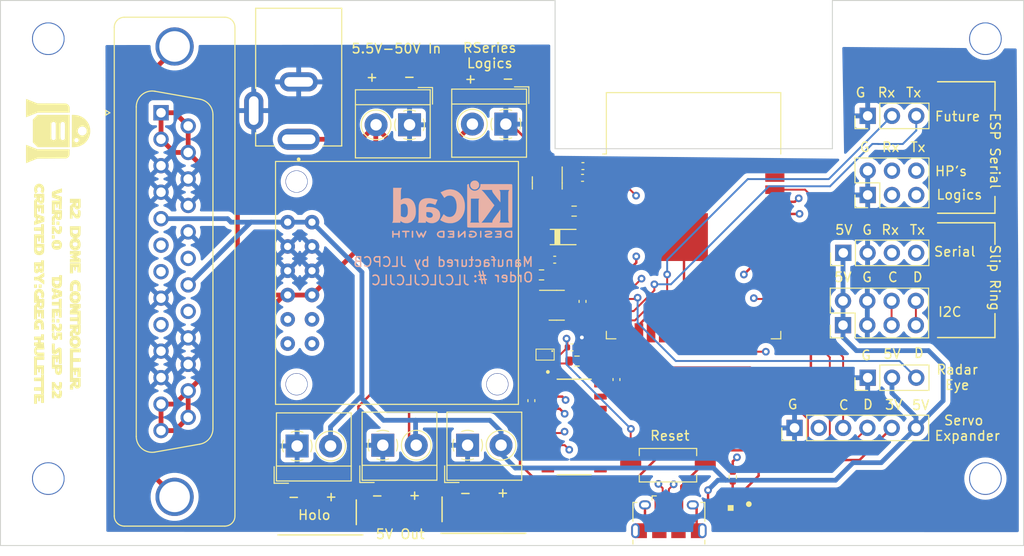
<source format=kicad_pcb>
(kicad_pcb (version 20211014) (generator pcbnew)
  (layers (0 "F.Cu" signal) (1 "In1.Cu" signal) (2 "In2.Cu" signal) (31 "B.Cu" signal) (34 "B.Paste" user) (35 "F.Paste" user) (36 "B.SilkS" user "B.Silkscreen") (37 "F.SilkS" user "F.Silkscreen") (38 "B.Mask" user) (39 "F.Mask" user) (44 "Edge.Cuts" user))
  (net 0 "")
  (net 1 "RX_FU")
  (net 2 "GND")
  (net 3 "+3.3V")
  (net 4 "VIN")
  (net 5 "VBUS")
  (net 8 "D-")
  (net 9 "D+")
  (net 11 "unconnected-(J1-Pad6)")
  (net 13 "SCL")
  (net 14 "SDA")
  (net 15 "+5V")
  (net 16 "RX_RS")
  (net 17 "RX_HP")
  (net 18 "TX_RS")
  (net 19 "TX_HP")
  (net 20 "CL_D")
  (net 21 "Net-(R3-Pad1)")
  (net 22 "ST_LED_D")
  (net 29 "TX_FU")
  (net 38 "GPIO0")
  (net 43 "TXD0")
  (net 44 "RXD0")
  (net 53 "DTR")
  (net 54 "RTS")
  (net 56 "RESET")
  (net 61 "+12V")
  (net 62 "Net-(L1-Pad3)")
  (net 63 "SR_I2C_CLK")
  (net 64 "SR_I2C_DATA")
  (net 65 "SR_SER_TX")
  (net 66 "SR_SER_RX")
  (net 68 "unconnected-(J13-Pad0)")
  (footprint "TerminalBlock_4Ucon:TerminalBlock_4Ucon_1x02_P3.50mm_Horizontal" (layer "F.Cu") (at 87.78 66 180)
    (fp_text reference "J5" hide)
    (fp_text value "12IN" hide)
  )
  (footprint "Capacitor_SMD:C_0402_1005Metric" (layer "F.Cu") (at 109.42 92.64 90)
    (fp_text reference "C4" hide)
    (fp_text value "10uF" hide)
  )
  (footprint "TerminalBlock_4Ucon:TerminalBlock_4Ucon_1x02_P3.50mm_Horizontal" (layer "F.Cu") (at 84.98 99.51)
    (fp_text reference "J8" hide)
    (fp_text value "HP Servo" hide)
  )
  (footprint "Resistor_SMD:R_0603_1608Metric" (layer "F.Cu") (at 104.99 75.03)
    (fp_text reference "R2" hide)
    (fp_text value "100K" hide)
  )
  (footprint "Resistor_SMD:R_0603_1608Metric" (layer "F.Cu") (at 101.58 81.7)
    (fp_text reference "R3" hide)
    (fp_text value "100K" hide)
  )
  (footprint "Connector_USB:USB_Micro-B_Amphenol_10118194_Horizontal" (layer "F.Cu") (at 114.9 107.15)
    (fp_text reference "J1" hide)
    (fp_text value "USB_B_Micro" hide)
  )
  (footprint "Logos:DomeControllerv2" (layer "F.Cu") (at 50.95 83.67 -90)
    (fp_text reference "G***" hide)
    (fp_text value "LOGO" hide)
  )
  (footprint "RF_Module:ESP32-WROOM-32" (layer "F.Cu") (at 117.48 78.5)
    (fp_text reference "U1" hide)
    (fp_text value "ESP32-WROOM-32D_16MB_")
  )
  (footprint "Capacitor_SMD:C_0402_1005Metric" (layer "F.Cu") (at 105.87 71.55 180)
    (fp_text reference "C3" hide)
    (fp_text value "100nF" hide)
  )
  (footprint "Capacitor_SMD:C_0402_1005Metric" (layer "F.Cu") (at 102.96 80.11 180)
    (fp_text reference "C5" hide)
    (fp_text value "1uF" hide)
  )
  (footprint "TerminalBlock_4Ucon:TerminalBlock_4Ucon_1x02_P3.50mm_Horizontal" (layer "F.Cu") (at 93.85 99.51)
    (fp_text reference "J9" hide)
    (fp_text value "5V Out" hide)
  )
  (footprint "Capacitor_SMD:C_0402_1005Metric" (layer "F.Cu") (at 105.91 70.32 180)
    (fp_text reference "C2" hide)
    (fp_text value "10uF" hide)
  )
  (footprint "Custom:TS-1101S-B-B-B-W-A" (layer "F.Cu") (at 114.805 101.6 180)
    (fp_text reference "SW1" hide)
    (fp_text value "SW_Push" hide)
  )
  (footprint "Capacitor_SMD:C_0402_1005Metric" (layer "F.Cu") (at 105.87 84.47 -90)
    (fp_text reference "C7" hide)
    (fp_text value "1uF" hide)
  )
  (footprint "Resistor_SMD:R_0402_1005Metric" (layer "F.Cu") (at 121.58 102.84 -90)
    (fp_text reference "R4" hide)
    (fp_text value "220" hide)
  )
  (footprint "Custom:SOD3716X135N" (layer "F.Cu") (at 103.8385 77.7385)
    (fp_text reference "CR1" hide)
    (fp_text value "B5819W-TP" hide)
  )
  (footprint "Symbol:r2" (layer "F.Cu") (at 51 66.68 -90)
    (fp_text reference "G***" hide)
    (fp_text value "LOGO" hide)
  )
  (footprint "MountingHole:MountingHole_3.2mm_M3" (layer "F.Cu") (at 50 57)
    (fp_text reference "REF**" hide)
    (fp_text value "MountingHole_3.2mm_M3" hide)
  )
  (footprint "Custom:WS2812B-2020" (layer "F.Cu") (at 121.36 106.67)
    (fp_text reference "L1" hide)
    (fp_text value "WS2812B-2020" hide)
  )
  (footprint "Connector_PinHeader_2.54mm:PinHeader_2x03_P2.54mm_Vertical" (layer "F.Cu") (at 135.69 73.34 90)
    (fp_text reference "J3" hide)
    (fp_text value "Conn_02x03_Odd_Even" hide)
  )
  (footprint "Package_TO_SOT_SMD:SOT-23" (layer "F.Cu") (at 102.18 72.08 -90)
    (fp_text reference "U2" hide)
    (fp_text value "CJ2301_S1" hide)
  )
  (footprint "MountingHole:MountingHole_3.2mm_M3" (layer "F.Cu") (at 50 103)
    (fp_text reference "REF**" hide)
    (fp_text value "MountingHole_3.2mm_M3" hide)
  )
  (footprint "Connector_PinHeader_2.54mm:PinHeader_1x06_P2.54mm_Vertical" (layer "F.Cu") (at 128.04 97.7 90)
    (fp_text reference "J2" hide)
    (fp_text value "Servo Header" hide)
  )
  (footprint "Capacitor_SMD:C_0402_1005Metric" (layer "F.Cu") (at 100.52 94.85 90)
    (fp_text reference "C6" hide)
    (fp_text value "100nF" hide)
  )
  (footprint "MountingHole:MountingHole_3.2mm_M3" (layer "F.Cu") (at 148 103)
    (fp_text reference "REF**" hide)
    (fp_text value "MountingHole_3.2mm_M3" hide)
  )
  (footprint "Connector_PinHeader_2.54mm:PinHeader_1x03_P2.54mm_Vertical" (layer "F.Cu") (at 135.69 92.45 90)
    (fp_text reference "J4" hide)
    (fp_text value "Conn_01x03" hide)
  )
  (footprint "MountingHole:MountingHole_3.2mm_M3" (layer "F.Cu") (at 148 57)
    (fp_text reference "REF**" hide)
    (fp_text value "MountingHole_3.2mm_M3" hide)
  )
  (footprint "Connector_PinHeader_2.54mm:PinHeader_1x03_P2.54mm_Vertical" (layer "F.Cu") (at 135.69 65.07 90)
    (fp_text reference "J10" hide)
    (fp_text value "Conn_01x03" hide)
  )
  (footprint "Connector_PinHeader_2.54mm:PinHeader_1x04_P2.54mm_Vertical" (layer "F.Cu") (at 133.14 79.395 90)
    (fp_text reference "J12" hide)
    (fp_text value "Conn_01x04" hide)
  )
  (footprint "TerminalBlock_4Ucon:TerminalBlock_4Ucon_1x02_P3.50mm_Horizontal" (layer "F.Cu") (at 76.02 99.59)
    (fp_text reference "J7" hide)
    (fp_text value "HP" hide)
  )
  (footprint "Pololu:D36V50F5-STEPDOWN" (layer "F.Cu") (at 86.465 82.535 -90)
    (fp_text reference "U6" hide)
    (fp_text value "D36V50F5-STEPDOWN" hide)
  )
  (footprint "Connector_PinHeader_2.54mm:PinHeader_2x04_P2.54mm_Vertical" (layer "F.Cu") (at 133.11 86.955 90)
    (fp_text reference "J11" hide)
    (fp_text value "Conn_02x04_Odd_Even" hide)
  )
  (footprint "Capacitor_SMD:C_0402_1005Metric" (layer "F.Cu") (at 104.77 89.28)
    (fp_text reference "C1" hide)
    (fp_text value "100nF" hide)
  )
  (footprint "Connector_Dsub:DSUB-25_Female_Vertical_P2.77x2.84mm_MountingHoles" (layer "F.Cu") (at 61.79 64.74 90)
    (fp_text reference "J13" hide)
    (fp_text value "DB25_Female_MountingHoles" hide)
  )
  (footprint "Custom:UMT6" (layer "F.Cu") (at 101.9542 90.035 -90)
    (fp_text reference "U5" hide)
    (fp_text value "UMH3N" hide)
  )
  (footprint "Custom:SOIC127P600X180-16N" (layer "F.Cu") (at 104.995 97.6)
    (fp_text reference "U4" hide)
    (fp_text value "CH340C" hide)
  )
  (footprint "TerminalBlock_4Ucon:TerminalBlock_4Ucon_1x02_P3.50mm_Horizontal" (layer "F.Cu") (at 97.85 65.93 180)
    (fp_text reference "J6" hide)
    (fp_text value "RSeries Logics" hide)
  )
  (footprint "Custom:XKB_DC-005-5A-2.0" (layer "F.Cu") (at 76.185 61.515 -90)
    (fp_text reference "J14" hide)
    (fp_text value "DC-005-5A-2.0" hide)
  )
  (footprint "Package_TO_SOT_SMD:SOT-23-5" (layer "F.Cu") (at 103.17 84.87)
    (fp_text reference "U3" hide)
    (fp_text value "ME6211C33M5G" hide)
  )
  (footprint "Resistor_SMD:R_0603_1608Metric" (layer "F.Cu") (at 105.29 90.71 180)
    (fp_text reference "R1" hide)
    (fp_text value "10K" hide)
  )
  (footprint "Symbol:KiCad-Logo2_5mm_SilkScreen" (layer "B.Cu") (at 92.25 74.81 180)
    (fp_text reference "REF**" hide)
    (fp_text value "KiCad-Logo2_5mm_SilkScreen" hide)
  )
  (gr_line (start 91.18 104.92) (end 91.18 107.5) (layer "F.SilkS") (width 0.15))
  (gr_line (start 149 61.5) (end 143 61.5) (layer "F.SilkS") (width 0.15))
  (gr_line (start 149 78.5) (end 149 76.25) (layer "F.SilkS") (width 0.15))
  (gr_line (start 149 88.25) (end 143 88.25) (layer "F.SilkS") (width 0.15))
  (gr_line (start 149 64.5) (end 149.01 61.5) (layer "F.SilkS") (width 0.15))
  (gr_line (start 149 75.25) (end 143 75.25) (layer "F.SilkS") (width 0.15))
  (gr_line (start 82.89 108.89) (end 74.02 108.89) (layer "F.SilkS") (width 0.15))
  (gr_line (start 82.21 105.23) (end 82.21 107.81) (layer "F.SilkS") (width 0.15))
  (gr_line (start 149 76.25) (end 143 76.25) (layer "F.SilkS") (width 0.15))
  (gr_line (start 149 73.5) (end 149 75.25) (layer "F.SilkS") (width 0.15))
  (gr_line (start 99.935 108.73) (end 91.065 108.73) (layer "F.SilkS") (width 0.15))
  (gr_line (start 149 88.25) (end 149 85.75) (layer "F.SilkS") (width 0.15))
  (gr_line (start 103 53) (end 103 68.5) (layer "Edge.Cuts") (width 0.1))
  (gr_line (start 132 53) (end 152 53) (layer "Edge.Cuts") (width 0.1))
  (gr_line (start 152 53) (end 152 110) (layer "Edge.Cuts") (width 0.1))
  (gr_line (start 152 110) (end 45 110) (layer "Edge.Cuts") (width 0.1))
  (gr_line locked (start 45 53) (end 103 53) (layer "Edge.Cuts") (width 0.1))
  (gr_line (start 45 110) (end 45 53) (layer "Edge.Cuts") (width 0.1))
  (gr_line (start 103 68.5) (end 132 68.5) (layer "Edge.Cuts") (width 0.1))
  (gr_line (start 132 68.5) (end 132 53) (layer "Edge.Cuts") (width 0.1))
  (gr_text "Manufactured by JLCPCB\nOrder #:" (at 100.81 81.15) (layer "B.SilkS") (effects (font (size 1 1)) (justify left mirror)))
  (gr_text "JLCJLCJLCJLC" (at 88.91 82.26) (layer "B.SilkS") (effects (font (size 1 1)) (justify mirror)))
  (gr_text "Radar\nEye" (at 145.05 92.41) (layer "F.SilkS") (effects (font (size 1 1))))
  (gr_text "5V Out" (at 86.8 108.81) (layer "F.SilkS") (effects (font (size 1 1))))
  (gr_text "Holo" (at 77.82 106.81) (layer "F.SilkS") (effects (font (size 1 1))))
  (gr_text "Servo \nExpander" (at 146.11 97.72) (layer "F.SilkS") (effects (font (size 1 1))))
  (gr_text "5V" (at 133.1 81.94) (layer "F.SilkS") (effects (font (size 1 1))))
  (gr_text "C" (at 138.32 81.94) (layer "F.SilkS") (effects (font (size 1 1))))
  (gr_text "Tx" (at 140.495714 62.63) (layer "F.SilkS") (effects (font (size 1 1))))
  (gr_text "+" (at 79.58 105.01 180) (layer "F.SilkS") (effects (font (size 1 1))))
  (gr_text "+" (at 83.85 60.99) (layer "F.SilkS") (effects (font (size 1 1))))
  (gr_text "-" (at 84.4 104.89 180) (layer "F.SilkS") (effects (font (size 1 1))))
  (gr_text "-" (at 87.76 60.96) (layer "F.SilkS") (effects (font (size 1 1))))
  (gr_text "+" (at 94.16 61.18) (layer "F.SilkS") (effects (font (size 1 1))))
  (gr_text "5V" (at 141.235238 95.32) (layer "F.SilkS") (effects (font (size 1 1))))
  (gr_text "G" (at 135.52 90.11) (layer "F.SilkS") (effects (font (size 1 1))))
  (gr_text "I2C" (at 144.28 85.57) (layer "F.SilkS") (effects (font (size 1 1))))
  (gr_text "D" (at 135.72 95.26) (layer "F.SilkS") (effects (font (size 1 1))))
  (gr_text "G" (at 135.63 76.99) (layer "F.SilkS") (effects (font (size 1 1))))
  (gr_text "+" (at 88.31 104.86 180) (layer "F.SilkS") (effects (font (size 1 1))))
  (gr_text "Tx" (at 140.885714 76.99) (layer "F.SilkS") (effects (font (size 1 1))))
  (gr_text "D" (at 140.92 81.94) (layer "F.SilkS") (effects (font (size 1 1))))
  (gr_text "G" (at 127.84 95.24) (layer "F.SilkS") (effects (font (size 1 1))))
  (gr_text "Rx" (at 138.044762 76.99) (layer "F.SilkS") (effects (font (size 1 1))))
  (gr_text "Slip Ring" (at 149 82 270) (layer "F.SilkS") (effects (font (size 1 1))))
  (gr_text "HP's" (at 144.407142 70.86) (layer "F.SilkS") (effects (font (size 1 1))))
  (gr_text "Tx" (at 140.935714 68.34) (layer "F.SilkS") (effects (font (size 1 1))))
  (gr_text "5.5V-50V In" (at 86.4 58.03) (layer "F.SilkS") (effects (font (size 1 1))))
  (gr_text "RSeries\nLogics" (at 96.16 58.76) (layer "F.SilkS") (effects (font (size 1 1))))
  (gr_text "ESP Serial" (at 149 68.73 270) (layer "F.SilkS") (effects (font (size 1 1))))
  (gr_text "3V" (at 138.410952 95.28) (layer "F.SilkS") (effects (font (size 1 1))))
  (gr_text "Logics" (at 145.281428 73.31) (layer "F.SilkS") (effects (font (size 1 1))))
  (gr_text "D" (at 141.04 89.87) (layer "F.SilkS") (effects (font (size 1 1))))
  (gr_text "Rx" (at 138.094762 68.34) (layer "F.SilkS") (effects (font (size 1 1))))
  (gr_text "5V" (at 133.2 76.99) (layer "F.SilkS") (effects (font (size 1 1))))
  (gr_text "Rx" (at 137.654762 62.63) (layer "F.SilkS") (effects (font (size 1 1))))
  (gr_text "Future" (at 145.09 65.13) (layer "F.SilkS") (effects (font (size 1 1))))
  (gr_text "G" (at 135.62 81.94) (layer "F.SilkS") (effects (font (size 1 1))))
  (gr_text "G" (at 135.38 68.34) (layer "F.SilkS") (effects (font (size 1 1))))
  (gr_text "-" (at 75.67 105.04 180) (layer "F.SilkS") (effects (font (size 1 1))))
  (gr_text "Serial" (at 144.8 79.27) (layer "F.SilkS") (effects (font (size 1 1))))
  (gr_text "+" (at 97.53 104.6 180) (layer "F.SilkS") (effects (font (size 1 1))))
  (gr_text "Reset" (at 115 98.52) (layer "F.SilkS") (effects (font (size 1 1))))
  (gr_text "5V" (at 138.24 89.97) (layer "F.SilkS") (effects (font (size 1 1))))
  (gr_text "-" (at 98.07 61.15) (layer "F.SilkS") (effects (font (size 1 1))))
  (gr_text "G" (at 134.94 62.63) (layer "F.SilkS") (effects (font (size 1 1))))
  (gr_text "-" (at 93.62 104.63 180) (layer "F.SilkS") (effects (font (size 1 1))))
  (gr_text "C" (at 133.19 95.31) (layer "F.SilkS") (effects (font (size 1 1))))
  (segment (start 111.344511 86.455489) (end 113.52 84.28) (width 0.2) (layer "F.Cu") (net 1))
  (segment (start 110.305 86.755) (end 110.604511 86.455489) (width 0.2) (layer "F.Cu") (net 1))
  (segment (start 114.33 84.28) (end 114.72 83.89) (width 0.2) (layer "F.Cu") (net 1))
  (segment (start 113.52 84.28) (end 114.33 84.28) (width 0.2) (layer "F.Cu") (net 1))
  (segment (start 110.604511 86.455489) (end 111.344511 86.455489) (width 0.2) (layer "F.Cu") (net 1))
  (segment (start 108.98 86.755) (end 110.305 86.755) (width 0.2) (layer "F.Cu") (net 1))
  (segment (start 114.72 83.89) (end 114.72 81.65) (width 0.2) (layer "F.Cu") (net 1))
  (via (at 114.72 81.65) (size 0.8) (drill 0.4) (layers "F.Cu" "B.Cu") (net 1))
  (segment (start 138.23 65.07) (end 131.62 71.68) (width 0.2) (layer "B.Cu") (net 1))
  (segment (start 123.15 71.68) (end 114.72 80.11) (width 0.2) (layer "B.Cu") (net 1))
  (segment (start 131.62 71.68) (end 123.15 71.68) (width 0.2) (layer "B.Cu") (net 1))
  (segment (start 114.72 80.11) (end 114.72 81.65) (width 0.2) (layer "B.Cu") (net 1))
  (segment (start 108.41848 69.68348) (end 108.98 70.245) (width 0.254) (layer "F.Cu") (net 2))
  (segment (start 125.77 97.7) (end 123.35 100.12) (width 0.254) (layer "F.Cu") (net 2))
  (segment (start 100.3 88.37) (end 100.3 94.15) (width 0.254) (layer "F.Cu") (net 2))
  (segment (start 104.821122 80.11) (end 106.26 78.671122) (width 0.25) (layer "F.Cu") (net 2))
  (segment (start 105.43 70.31) (end 106.05652 69.68348) (width 0.254) (layer "F.Cu") (net 2))
  (segment (start 116.48 74.995) (end 111.73 70.245) (width 0.25) (layer "F.Cu") (net 2))
  (segment (start 105.25 89.28) (end 105.25 88.79) (width 0.2) (layer "F.Cu") (net 2))
  (segment (start 105.815 75.03) (end 105.39 74.605) (width 0.25) (layer "F.Cu") (net 2))
  (segment (start 116.48 77.745) (end 116.48 74.995) (width 0.25) (layer "F.Cu") (net 2))
  (segment (start 102.0325 84.87) (end 102.416072 84.87) (width 0.25) (layer "F.Cu") (net 2))
  (segment (start 119.931511 100.043489) (end 123.273489 100.043489) (width 0.254) (layer "F.Cu") (net 2))
  (segment (start 103.44 80.11) (end 104.821122 80.11) (width 0.25) (layer "F.Cu") (net 2))
  (segment (start 100.52 94.37) (end 101.735 93.155) (width 0.254) (layer "F.Cu") (net 2))
  (segment (start 106.11681 89.28) (end 108.99681 92.16) (width 0.2) (layer "F.Cu") (net 2))
  (segment (start 121.23 70.245) (end 125.98 70.245) (width 0.25) (layer "F.Cu") (net 2))
  (segment (start 116.48 84.41) (end 114.89 86) (width 0.25) (layer "F.Cu") (net 2))
  (segment (start 116.48 74.995) (end 121.23 70.245) (width 0.25) (layer "F.Cu") (net 2))
  (segment (start 116.48 77.745) (end 116.48 84.41) (width 0.25) (layer "F.Cu") (net 2))
  (segment (start 105.25 89.28) (end 106.11681 89.28) (width 0.2) (layer "F.Cu") (net 2))
  (segment (start 105.87 85.744022) (end 107.880978 87.755) (width 0.25) (layer "F.Cu") (net 2))
  (segment (start 108.99681 92.16) (end 109.42 92.16) (width 0.2) (layer "F.Cu") (net 2))
  (segment (start 103.437025 87.01152) (end 101.65848 87.01152) (width 0.254) (layer "F.Cu") (net 2))
  (segment (start 103.32048 80.22952) (end 103.44 80.11) (width 0.25) (layer "F.Cu") (net 2))
  (segment (start 124.286 102.7) (end 122.375 104.611) (width 0.254) (layer "F.Cu") (net 2))
  (segment (start 111.73 70.245) (end 108.98 70.245) (width 0.25) (layer "F.Cu") (net 2))
  (segment (start 105.87 84.95) (end 105.87 85.744022) (width 0.25) (layer "F.Cu") (net 2))
  (segment (start 107.880978 87.755) (end 111.765 87.755) (width 0.25) (layer "F.Cu") (net 2))
  (segment (start 112.690978 86) (end 111.765 86.925978) (width 0.25) (layer "F.Cu") (net 2))
  (segment (start 106.05652 69.68348) (end 108.41848 69.68348) (width 0.254) (layer "F.Cu") (net 2))
  (segment (start 105.87 86.35) (end 105.34 86.88) (width 0.254) (layer "F.Cu") (net 2))
  (segment (start 101.65848 87.01152) (end 100.3 88.37) (width 0.254) (layer "F.Cu") (net 2))
  (segment (start 105.25 88.79) (end 105.8 88.24) (width 0.2) (layer "F.Cu") (net 2))
  (segment (start 97.82 65.36) (end 101.93 69.47) (width 0.254) (layer "F.Cu") (net 2))
  (segment (start 101.735 93.155) (end 102.245 93.155) (width 0.254) (layer "F.Cu") (net 2))
  (segment (start 103.568545 86.88) (end 103.437025 87.01152) (width 0.254) (layer "F.Cu") (net 2))
  (segment (start 111.765 86.925978) (end 111.765 87.755) (width 0.25) (layer "F.Cu") (net 2))
  (segment (start 103.32048 83.965592) (end 103.32048 80.22952) (width 0.25) (layer "F.Cu") (net 2))
  (segment (start 122.375 104.611) (end 122.375 106.02) (width 0.254) (layer "F.Cu") (net 2))
  (segment (start 128.04 97.7) (end 125.77 97.7) (width 0.254) (layer "F.Cu") (net 2))
  (segment (start 105.43 70.32) (end 105.43 70.31) (width 0.254) (layer "F.Cu") (net 2))
  (segment (start 105.39 74.605) (end 105.39 71.55) (width 0.25) (layer "F.Cu") (net 2))
  (segment (start 123.273489 100.043489) (end 123.35 100.12) (width 0.254) (layer "F.Cu") (net 2))
  (segment (start 124.286 101.056) (end 124.286 102.7) (width 0.254) (layer "F.Cu") (net 2))
  (segment (start 105.43 70.32) (end 105.43 71.51) (width 0.254) (layer "F.Cu") (net 2))
  (segment (start 114.89 86) (end 112.690978 86) (width 0.25) (layer "F.Cu") (net 2))
  (segment (start 104.58 69.47) (end 105.43 70.32) (width 0.254) (layer "F.Cu") (net 2))
  (segment (start 116.2 103.775) (end 119.931511 100.043489) (width 0.254) (layer "F.Cu") (net 2))
  (segment (start 105.34 86.88) (end 103.568545 86.88) (width 0.254) (layer "F.Cu") (net 2))
  (segment (start 116.2 105.75) (end 116.2 103.775) (width 0.254) (layer "F.Cu") (net 2))
  (segment (start 106.26 78.671122) (end 106.26 75.475) (width 0.25) (layer "F.Cu") (net 2))
  (segment (start 100.3 94.15) (end 100.52 94.37) (width 0.254) (layer "F.Cu") (net 2))
  (segment (start 105.87 84.95) (end 105.87 86.35) (width 0.254) (layer "F.Cu") (net 2))
  (segment (start 101.93 69.47) (end 104.58 69.47) (width 0.254) (layer "F.Cu") (net 2))
  (segment (start 106.26 75.475) (end 105.815 75.03) (width 0.25) (layer "F.Cu") (net 2))
  (segment (start 123.35 100.12) (end 124.286 101.056) (width 0.254) (layer "F.Cu") (net 2))
  (segment (start 105.43 71.51) (end 105.39 71.55) (width 0.254) (layer "F.Cu") (net 2))
  (segment (start 102.416072 84.87) (end 103.32048 83.965592) (width 0.25) (layer "F.Cu") (net 2))
  (via (at 105.8 88.24) (size 0.8) (drill 0.4) (layers "F.Cu" "B.Cu") (net 2))
  (segment (start 106.92 72.745978) (end 106.92 81.3075) (width 0.25) (layer "F.Cu") (net 3))
  (segment (start 99.33 101.5) (end 100.85 103.02) (width 0.25) (layer "F.Cu") (net 3))
  (segment (start 106.92 81.3075) (end 104.3075 83.92) (width 0.25) (layer "F.Cu") (net 3))
  (segment (start 100.245 96.965) (end 99.33 97.88) (width 0.254) (layer "F.Cu") (net 3))
  (segment (start 108.150978 71.515) (end 106.92 72.745978) (width 0.25) (layer "F.Cu") (net 3))
  (segment (start 117.845361 93.12) (end 119.615361 94.89) (width 0.2) (layer "F.Cu") (net 3))
  (segment (start 108.98 71.515) (end 106.385 71.515) (width 0.25) (layer "F.Cu") (net 3))
  (segment (start 111.485361 103.02) (end 119.615361 94.89) (width 0.25) (layer "F.Cu") (net 3))
  (segment (start 108.98 71.515) (end 108.150978 71.515) (width 0.25) (layer "F.Cu") (net 3))
  (segment (start 109.385 93.155) (end 109.42 93.12) (width 0.2) (layer "F.Cu") (net 3))
  (segment (start 131.21 101.06) (end 134.84 101.06) (width 0.25) (layer "F.Cu") (net 3))
  (segment (start 100.37 95.34) (end 101.995 96.965) (width 0.254) (layer "F.Cu") (net 3))
  (segment (start 106.115 90.71) (end 106.115 91.525) (width 0.2) (layer "F.Cu") (net 3))
  (segment (start 129.405489 99.255489) (end 131.21 101.06) (width 0.25) (layer "F.Cu") (net 3))
  (segment (start 104.3075 83.92) (end 104.3075 84.35443) (width 0.25) (layer "F.Cu") (net 3))
  (segment (start 101.11 86.56) (end 99.33 88.34) (width 0.25) (layer "F.Cu") (net 3))
  (segment (start 104.3075 84.35443) (end 103.25 85.41193) (width 0.25) (layer "F.Cu") (net 3))
  (segment (start 107.585 71.515) (end 106.39 70.32) (width 0.25) (layer "F.Cu") (net 3))
  (segment (start 134.84 101.06) (end 138.2 97.7) (width 0.25) (layer "F.Cu") (net 3))
  (segment (start 102.245 96.965) (end 100.245 96.965) (width 0.254) (layer "F.Cu") (net 3))
  (segment (start 99.33 97.88) (end 99.33 101.5) (width 0.25) (layer "F.Cu") (net 3))
  (segment (start 103.25 86.56) (end 101.11 86.56) (width 0.25) (layer "F.Cu") (net 3))
  (segment (start 99.33 88.34) (end 99.33 97.88) (width 0.25) (layer "F.Cu") (net 3))
  (segment (start 106.115 91.525) (end 107.745 93.155) (width 0.2) (layer "F.Cu") (net 3))
  (segment (start 107.745 93.155) (end 109.385 93.155) (width 0.2) (layer "F.Cu") (net 3))
  (segment (start 129.405489 96.716467) (end 129.405489 99.255489) (width 0.25) (layer "F.Cu") (net 3))
  (segment (start 104.3075 83.92) (end 105.8 83.92) (width 0.25) (layer "F.Cu") (net 3))
  (segment (start 119.615361 94.89) (end 127.579022 94.89) (width 0.25) (layer "F.Cu") (net 3))
  (segment (start 109.42 93.12) (end 117.845361 93.12) (width 0.2) (layer "F.Cu") (net 3))
  (segment (start 127.579022 94.89) (end 129.405489 96.716467) (width 0.25) (layer "F.Cu") (net 3))
  (segment (start 108.98 71.515) (end 107.585 71.515) (width 0.25) (layer "F.Cu") (net 3))
  (segment (start 103.25 85.41193) (end 103.25 86.56) (width 0.25) (layer "F.Cu") (net 3))
  (segment (start 106.385 71.515) (end 106.35 71.55) (width 0.25) (layer "F.Cu") (net 3))
  (segment (start 105.8 83.92) (end 105.87 83.99) (width 0.25) (layer "F.Cu") (net 3))
  (segment (start 101.995 96.965) (end 102.245 96.965) (width 0.254) (layer "F.Cu") (net 3))
  (segment (start 100.85 103.02) (end 111.485361 103.02) (width 0.25) (layer "F.Cu") (net 3))
  (segment (start 101.23 71.1425) (end 101.721428 71.1425) (width 0.25) (layer "F.Cu") (net 4))
  (segment (start 102.405 80.185) (end 102.48 80.11) (width 0.25) (layer "F.Cu") (net 4))
  (segment (start 102.80452 72.225592) (end 102.80452 77.13418) (width 0.25) (layer "F.Cu") (net 4))
  (segment (start 101.721428 71.1425) (end 102.80452 72.225592) (width 0.25) (layer "F.Cu") (net 4))
  (segment (start 102.48 78.0183) (end 102.2002 77.7385) (width 0.25) (layer "F.Cu") (net 4))
  (segment (start 102.80452 77.13418) (end 102.2002 77.7385) (width 0.25) (layer "F.Cu") (net 4))
  (segment (start 102.0325 82.0725) (end 102.405 81.7) (width 0.25) (layer "F.Cu") (net 4))
  (segment (start 102.405 81.7) (end 102.405 80.185) (width 0.25) (layer "F.Cu") (net 4))
  (segment (start 102.48 80.11) (end 102.48 78.0183) (width 0.25) (layer "F.Cu") (net 4))
  (segment (start 102.0325 83.92) (end 102.0325 82.0725) (width 0.25) (layer "F.Cu") (net 4))
  (segment (start 91.39 71.04) (end 99.921099 71.04) (width 0.254) (layer "F.Cu") (net 5))
  (segment (start 104.165 72.1775) (end 104.165 75.03) (width 0.25) (layer "F.Cu") (net 5))
  (segment (start 112.105 103.78) (end 85 103.78) (width 0.254) (layer "F.Cu") (net 5))
  (segment (start 86.01 76.42) (end 91.39 71.04) (width 0.254) (layer "F.Cu") (net 5))
  (segment (start 113.6 105.275) (end 112.105 103.78) (width 0.254) (layer "F.Cu") (net 5))
  (segment (start 82.43 101.21) (end 82.43 95.46) (width 0.254) (layer "F.Cu") (net 5))
  (segment (start 86.01 91.88) (end 86.01 76.42) (width 0.254) (layer "F.Cu") (net 5))
  (segment (start 104.165 75.03) (end 105.4768 76.3418) (width 0.25) (layer "F.Cu") (net 5))
  (segment (start 99.921099 71.04) (end 100.882619 70.07848) (width 0.254) (layer "F.Cu") (net 5))
  (segment (start 82.43 95.46) (end 86.01 91.88) (width 0.254) (layer "F.Cu") (net 5))
  (segment (start 102.06798 70.08048) (end 103.13 71.1425) (width 0.25) (layer "F.Cu") (net 5))
  (segment (start 113.6 105.75) (end 113.6 105.275) (width 0.254) (layer "F.Cu") (net 5))
  (segment (start 103.13 71.1425) (end 104.165 72.1775) (width 0.25) (layer "F.Cu") (net 5))
  (segment (start 100.883448 70.08048) (end 102.06798 70.08048) (width 0.25) (layer "F.Cu") (net 5))
  (segment (start 105.4768 76.3418) (end 105.4768 77.7385) (width 0.25) (layer "F.Cu") (net 5))
  (segment (start 85 103.78) (end 82.43 101.21) (width 0.254) (layer "F.Cu") (net 5))
  (segment (start 114.25 104) (end 113.805 103.555) (width 0.2) (layer "F.Cu") (net 8))
  (segment (start 114.25 105.75) (end 114.25 104) (width 0.2) (layer "F.Cu") (net 8))
  (segment (start 104.005 99.505) (end 104.48 99.98) (width 0.2) (layer "F.Cu") (net 8))
  (segment (start 102.245 99.505) (end 104.005 99.505) (width 0.2) (layer "F.Cu") (net 8))
  (via (at 113.805 103.555) (size 0.8) (drill 0.4) (layers "F.Cu" "B.Cu") (net 8))
  (via (at 104.48 99.98) (size 0.8) (drill 0.4) (layers "F.Cu" "B.Cu") (net 8))
  (segment (start 114.9 104.1) (end 115.4 103.6) (width 0.2) (layer "F.Cu") (net 9))
  (segment (start 102.245 98.235) (end 103.845 98.235) (width 0.2) (layer "F.Cu") (net 9))
  (segment (start 114.9 105.75) (end 114.9 104.1) (width 0.2) (layer "F.Cu") (net 9))
  (segment (start 103.845 98.235) (end 103.99 98.09) (width 0.2) (layer "F.Cu") (net 9))
  (via (at 115.4 103.6) (size 0.8) (drill 0.4) (layers "F.Cu" "B.Cu") (net 9))
  (via (at 103.99 98.09) (size 0.8) (drill 0.4) (layers "F.Cu" "B.Cu") (net 9))
  (segment (start 113.9 108.45) (end 115.9 108.45) (width 0.254) (layer "F.Cu") (net 11))
  (segment (start 112.4 108.05) (end 112 108.45) (width 0.254) (layer "F.Cu") (net 11))
  (segment (start 117.8 108.45) (end 117.8 106.15) (width 0.254) (layer "F.Cu") (net 11))
  (segment (start 115.9 108.45) (end 117.8 108.45) (width 0.254) (layer "F.Cu") (net 11))
  (segment (start 117.8 106.15) (end 117.4 105.75) (width 0.254) (layer "F.Cu") (net 11))
  (segment (start 112.4 105.75) (end 112.4 108.05) (width 0.254) (layer "F.Cu") (net 11))
  (segment (start 112 108.45) (end 113.9 108.45) (width 0.254) (layer "F.Cu") (net 11))
  (segment (start 133.12 90.29) (end 133.12 97.7) (width 0.2) (layer "F.Cu") (net 13))
  (segment (start 129.135 72.785) (end 130.27 73.92) (width 0.2) (layer "F.Cu") (net 13))
  (segment (start 130.27 87.44) (end 133.12 90.29) (width 0.2) (layer "F.Cu") (net 13))
  (segment (start 125.98 72.785) (end 129.135 72.785) (width 0.2) (layer "F.Cu") (net 13))
  (segment (start 130.27 73.92) (end 130.27 87.44) (width 0.2) (layer "F.Cu") (net 13))
  (segment (start 129.01 87.6) (end 129.01 78.845978) (width 0.2) (layer "F.Cu") (net 14))
  (segment (start 126.759022 76.595) (end 125.98 76.595) (width 0.2) (layer "F.Cu") (net 14))
  (segment (start 132.82 99.67) (end 131.729511 98.579511) (width 0.2) (layer "F.Cu") (net 14))
  (segment (start 129.01 78.845978) (end 126.759022 76.595) (width 0.2) (layer "F.Cu") (net 14))
  (segment (start 133.69 99.67) (end 132.82 99.67) (width 0.2) (layer "F.Cu") (net 14))
  (segment (start 131.729511 90.319511) (end 129.01 87.6) (width 0.2) (layer "F.Cu") (net 14))
  (segment (start 135.66 97.7) (end 133.69 99.67) (width 0.2) (layer "F.Cu") (net 14))
  (segment (start 131.729511 98.579511) (end 131.729511 90.319511) (width 0.2) (layer "F.Cu") (net 14))
  (segment (start 87.73 77.03) (end 87.73 98.76) (width 0.254) (layer "F.Cu") (net 15))
  (segment (start 118.995 106.319022) (end 118.995 104.205) (width 0.25) (layer "F.Cu") (net 15))
  (segment (start 87.73 98.76) (end 88.29 99.32) (width 0.254) (layer "F.Cu") (net 15))
  (segment (start 120.345 107.32) (end 119.995978 107.32) (width 0.25) (layer "F.Cu") (net 15))
  (segment (start 91.7425 73.0175) (end 87.73 77.03) (width 0.254) (layer "F.Cu") (net 15))
  (segment (start 119.995978 107.32) (end 118.995 106.319022) (width 0.25) (layer "F.Cu") (net 15))
  (segment (start 102.18 73.0175) (end 91.7425 73.0175) (width 0.254) (layer "F.Cu") (net 15))
  (via (at 118.995 104.205) (size 0.8) (drill 0.4) (layers "F.Cu" "B.Cu") (net 15))
  (segment (start 75.035 76.185) (end 77.575 76.185) (width 0.5) (layer "B.Cu") (net 15))
  (segment (start 142.05 89.62) (end 134.51 89.62) (width 0.5) (layer "B.Cu") (net 15))
  (segment (start 77.575 76.185) (end 82.8 81.41) (width 0.5) (layer "B.Cu") (net 15))
  (segment (start 120.84 103.17) (end 120.03 103.17) (width 0.5) (layer "B.Cu") (net 15))
  (segment (start 82.8 81.41) (end 82.8 94.3) (width 0.5) (layer "B.Cu") (net 15))
  (segment (start 137.105 101.335) (end 143.58 94.86) (width 0.5) (layer "B.Cu") (net 15))
  (segment (start 120.03 103.17) (end 118.995 104.205) (width 0.5) (layer "B.Cu") (net 15))
  (segment (start 133.11 84.415) (end 133.11 79.425) (width 0.5) (layer "B.Cu") (net 15))
  (segment (start 140.74 96.57) (end 140.74 97.7) (width 0.5) (layer "B.Cu") (net 15))
  (segment (start 71.19 76.185) (end 64.63 82.745) (width 0.5) (layer "B.Cu") (net 15))
  (segment (start 138.23 94.06) (end 140.74 96.57) (width 0.5) (layer "B.Cu") (net 15))
  (segment (start 134.165 101.335) (end 137.105 101.335) (width 0.5) (layer "B.Cu") (net 15))
  (segment (start 68.75 75.82) (end 61.79 75.82) (width 0.5) (layer "B.Cu") (net 15))
  (segment (start 79.52 97.58) (end 82.8 94.3) (width 0.5) (layer "B.Cu") (net 15))
  (segment (start 133.11 79.425) (end 133.14 79.395) (width 0.5) (layer "B.Cu") (net 15))
  (segment (start 85.06 96.9) (end 88.41 96.9) (width 0.5) (layer "B.Cu") (net 15))
  (segment (start 97.35 98.08) (end 97.35 100.4) (width 0.5) (layer "B.Cu") (net 15))
  (segment (start 143.58 91.15) (end 142.05 89.62) (width 0.5) (layer "B.Cu") (net 15))
  (segment (start 88.41 99.44) (end 88.48 99.51) (width 0.5) (layer "B.Cu") (net 15))
  (segment (start 120.84 103.17) (end 132.33 103.17) (width 0.5) (layer "B.Cu") (net 15))
  (segment (start 138.23 92.45) (end 138.23 94.06) (width 0.5) (layer "B.Cu") (net 15))
  (segment (start 133.11 86.955) (end 133.11 84.415) (width 0.5) (layer "B.Cu") (net 15))
  (segment (start 82.8 94.3) (end 82.8 94.64) (width 0.5) (layer "B.Cu") (net 15))
  (segment (start 88.41 96.9) (end 88.41 99.44) (width 0.5) (layer "B.Cu") (net 15))
  (segment (start 79.52 99.59) (end 79.52 97.58) (width 0.5) (layer "B.Cu") (net 15))
  (segment (start 132.33 103.17) (end 134.165 101.335) (width 0.5) (layer "B.Cu") (net 15))
  (segment (start 98.84 101.89) (end 119.56 101.89) (width 0.5) (layer "B.Cu") (net 15))
  (segment (start 96.17 96.9) (end 97.35 98.08) (width 0.5) (layer "B.Cu") (net 15))
  (segment (start 75.035 76.185) (end 71.19 76.185) (width 0.5) (layer "B.Cu") (net 15))
  (segment (start 133.11 88.22) (end 133.11 86.955) (width 0.5) (layer "B.Cu") (net 15))
  (segment (start 143.58 94.86) (end 143.58 91.15) (width 0.5) (layer "B.Cu") (net 15))
  (segment (start 134.51 89.62) (end 133.11 88.22) (width 0.5) (layer "B.Cu") (net 15))
  (segment (start 69.115 76.185) (end 68.75 75.82) (width 0.5) (layer "B.Cu") (net 15))
  (segment (start 75.035 76.185) (end 69.115 76.185) (width 0.5) (layer "B.Cu") (net 15))
  (segment (start 88.41 96.9) (end 96.17 96.9) (width 0.5) (layer "B.Cu") (net 15))
  (segment (start 119.56 101.89) (end 120.84 103.17) (width 0.5) (layer "B.Cu") (net 15))
  (segment (start 97.35 100.4) (end 98.84 101.89) (width 0.5) (layer "B.Cu") (net 15))
  (segment (start 82.8 94.64) (end 85.06 96.9) (width 0.5) (layer "B.Cu") (net 15))
  (segment (start 108.98 81.675) (end 110.234 81.675) (width 0.254) (layer "F.Cu") (net 16))
  (segment (start 110.234 81.675) (end 111.49 80.419) (width 0.254) (layer "F.Cu") (net 16))
  (segment (start 111.49 80.419) (end 111.49 79.76) (width 0.254) (layer "F.Cu") (net 16))
  (via (at 111.49 79.76) (size 0.8) (drill 0.4) (layers "F.Cu" "B.Cu") (net 16))
  (segment (start 121.925 87.755) (end 121.925 88.534022) (width 0.2) (layer "F.Cu") (net 17))
  (segment (start 121.925 88.534022) (end 123.120978 89.73) (width 0.2) (layer "F.Cu") (net 17))
  (segment (start 123.120978 89.73) (end 125.04 89.73) (width 0.2) (layer "F.Cu") (net 17))
  (via (at 125.04 89.73) (size 0.8) (drill 0.4) (layers "F.Cu" "B.Cu") (net 17))
  (segment (start 108.98 82.945) (end 111.185 82.945) (width 0.2) (layer "F.Cu") (net 18))
  (segment (start 111.185 82.945) (end 112.04 82.09) (width 0.2) (layer "F.Cu") (net 18))
  (via (at 112.04 82.09) (size 0.8) (drill 0.4) (layers "F.Cu" "B.Cu") (net 18))
  (segment (start 123.865 84.215) (end 123.78 84.13) (width 0.2) (layer "F.Cu") (net 19))
  (segment (start 125.98 84.215) (end 123.865 84.215) (width 0.2) (layer "F.Cu") (net 19))
  (via (at 123.78 84.13) (size 0.8) (drill 0.4) (layers "F.Cu" "B.Cu") (net 19))
  (segment (start 108.98 84.215) (end 111.495 84.215) (width 0.2) (layer "F.Cu") (net 20))
  (segment (start 111.495 84.215) (end 111.63 84.08) (width 0.2) (layer "F.Cu") (net 20))
  (via (at 111.63 84.08) (size 0.8) (drill 0.4) (layers "F.Cu" "B.Cu") (net 20))
  (segment (start 111.63 86.71) (end 115.62 90.7) (width 0.2) (layer "B.Cu") (net 20))
  (segment (start 111.63 84.08) (end 111.63 86.71) (width 0.2) (layer "B.Cu") (net 20))
  (segment (start 139.02 90.7) (end 140.77 92.45) (width 0.2) (layer "B.Cu") (net 20))
  (segment (start 115.62 90.7) (end 139.02 90.7) (width 0.2) (layer "B.Cu") (net 20))
  (segment (start 100.755 84.926072) (end 100.755 81.7) (width 0.25) (layer "F.Cu") (net 21))
  (segment (start 102.0325 85.82) (end 101.648928 85.82) (width 0.25) (layer "F.Cu") (net 21))
  (segment (start 101.648928 85.82) (end 100.755 84.926072) (width 0.25) (layer "F.Cu") (net 21))
  (segment (start 123.995 80.405) (end 125.98 80.405) (width 0.254) (layer "F.Cu") (net 22))
  (segment (start 122.74 81.66) (end 123.995 80.405) (width 0.254) (layer "F.Cu") (net 22))
  (segment (start 121.58 101.21) (end 122.02 100.77) (width 0.25) (layer "F.Cu") (net 22))
  (segment (start 121.58 102.33) (end 121.58 101.21) (width 0.25) (layer "F.Cu") (net 22))
  (via (at 122.74 81.66) (size 0.8) (drill 0.4) (layers "F.Cu" "B.Cu") (net 22))
  (via (at 122.02 100.77) (size 0.8) (drill 0.4) (layers "F.Cu" "B.Cu") (net 22))
  (segment (start 111.214259 85.485) (end 113.38 83.319259) (width 0.2) (layer "F.Cu") (net 29))
  (segment (start 108.98 85.485) (end 111.214259 85.485) (width 0.2) (layer "F.Cu") (net 29))
  (segment (start 113.38 83.319259) (end 113.38 82.68) (width 0.2) (layer "F.Cu") (net 29))
  (via (at 113.38 82.68) (size 0.8) (drill 0.4) (layers "F.Cu" "B.Cu") (net 29))
  (segment (start 113.38 82.68) (end 115.11 82.68) (width 0.2) (layer "B.Cu") (net 29))
  (segment (start 125.36 72.43) (end 131.75 72.43) (width 0.2) (layer "B.Cu") (net 29))
  (segment (start 136.79 68.01) (end 139.36 68.01) (width 0.2) (layer "B.Cu") (net 29))
  (segment (start 136.78 68) (end 136.79 68.01) (width 0.2) (layer "B.Cu") (net 29))
  (segment (start 131.75 72.43) (end 136.18 68) (width 0.2) (layer "B.Cu") (net 29))
  (segment (start 140.77 66.6) (end 140.77 65.07) (width 0.2) (layer "B.Cu") (net 29))
  (segment (start 136.18 68) (end 136.78 68) (width 0.2) (layer "B.Cu") (net 29))
  (segment (start 115.11 82.68) (end 125.36 72.43) (width 0.2) (layer "B.Cu") (net 29))
  (segment (start 139.36 68.01) (end 140.77 66.6) (width 0.2) (layer "B.Cu") (net 29))
  (segment (start 103.624879 87.46504) (end 103.756399 87.33352) (width 0.254) (layer "F.Cu") (net 38))
  (segment (start 103.756399 87.33352) (end 106.12352 87.33352) (width 0.254) (layer "F.Cu") (net 38))
  (segment (start 101.3042 89.11) (end 101.3042 88.706978) (width 0.254) (layer "F.Cu") (net 38))
  (segment (start 128.49 92.61) (end 129.75 91.35) (width 0.254) (layer "F.Cu") (net 38))
  (segment (start 106.12352 87.33352) (end 110.179273 91.389273) (width 0.254) (layer "F.Cu") (net 38))
  (segment (start 129.75 89.451454) (end 127.053546 86.755) (width 0.254) (layer "F.Cu") (net 38))
  (segment (start 123.389273 91.389273) (end 124.61 92.61) (width 0.254) (layer "F.Cu") (net 38))
  (segment (start 124.61 92.61) (end 128.49 92.61) (width 0.254) (layer "F.Cu") (net 38))
  (segment (start 101.3042 88.706978) (end 102.546138 87.46504) (width 0.254) (layer "F.Cu") (net 38))
  (segment (start 127.053546 86.755) (end 125.98 86.755) (width 0.254) (layer "F.Cu") (net 38))
  (segment (start 102.546138 87.46504) (end 103.624879 87.46504) (width 0.254) (layer "F.Cu") (net 38))
  (segment (start 110.179273 91.389273) (end 123.389273 91.389273) (width 0.254) (layer "F.Cu") (net 38))
  (segment (start 129.75 91.35) (end 129.75 89.451454) (width 0.254) (layer "F.Cu") (net 38))
  (segment (start 125.98 74.055) (end 128.065 74.055) (width 0.254) (layer "F.Cu") (net 43))
  (segment (start 102.245 95.695) (end 103.475 95.695) (width 0.254) (layer "F.Cu") (net 43))
  (segment (start 128.065 74.055) (end 128.4 73.72) (width 0.254) (layer "F.Cu") (net 43))
  (segment (start 103.475 95.695) (end 104 96.22) (width 0.254) (layer "F.Cu") (net 43))
  (via (at 104 96.22) (size 0.8) (drill 0.4) (layers "F.Cu" "B.Cu") (net 43))
  (via (at 128.48 73.69) (size 0.8) (drill 0.4) (layers "F.Cu" "B.Cu") (net 43))
  (segment (start 125.98 75.325) (end 128.455 75.325) (width 0.254) (layer "F.Cu") (net 44))
  (segment (start 128.455 75.325) (end 128.48 75.35) (width 0.254) (layer "F.Cu") (net 44))
  (segment (start 103.745 94.425) (end 104.1 94.78) (width 0.254) (layer "F.Cu") (net 44))
  (segment (start 102.245 94.425) (end 103.745 94.425) (width 0.254) (layer "F.Cu") (net 44))
  (via (at 104.1 94.78) (size 0.8) (drill 0.4) (layers "F.Cu" "B.Cu") (net 44))
  (via (at 128.56 75.31) (size 0.8) (drill 0.4) (layers "F.Cu" "B.Cu") (net 44))
  (segment (start 101.3042 90.96) (end 101.3042 90.171648) (width 0.254) (layer "F.Cu") (net 53))
  (segment (start 101.9542 89.521648) (end 101.9542 89.11) (width 0.254) (layer "F.Cu") (net 53))
  (segment (start 101.86352 92.20352) (end 101.3042 91.6442) (width 0.254) (layer "F.Cu") (net 53))
  (segment (start 106.19 96) (end 106.19 95.21) (width 0.254) (layer "F.Cu") (net 53))
  (segment (start 101.3042 91.6442) (end 101.3042 90.96) (width 0.254) (layer "F.Cu") (net 53))
  (segment (start 106.19 95.21) (end 103.18352 92.20352) (width 0.254) (layer "F.Cu") (net 53))
  (segment (start 107.155 96.965) (end 106.19 96) (width 0.254) (layer "F.Cu") (net 53))
  (segment (start 103.18352 92.20352) (end 101.86352 92.20352) (width 0.254) (layer "F.Cu") (net 53))
  (segment (start 101.3042 90.171648) (end 101.9542 89.521648) (width 0.254) (layer "F.Cu") (net 53))
  (segment (start 107.745 96.965) (end 107.155 96.965) (width 0.254) (layer "F.Cu") (net 53))
  (segment (start 101.9542 90.96) (end 101.9542 91.464) (width 0.254) (layer "F.Cu") (net 54))
  (segment (start 102.2402 91.75) (end 103.49 91.75) (width 0.254) (layer "F.Cu") (net 54))
  (segment (start 107.435 95.695) (end 107.745 95.695) (width 0.254) (layer "F.Cu") (net 54))
  (segment (start 103.49 91.75) (end 107.435 95.695) (width 0.254) (layer "F.Cu") (net 54))
  (segment (start 101.9542 90.96) (end 101.9542 90.163022) (width 0.254) (layer "F.Cu") (net 54))
  (segment (start 101.9542 90.163022) (end 102.6042 89.513022) (width 0.254) (layer "F.Cu") (net 54))
  (segment (start 101.9542 91.464) (end 102.2402 91.75) (width 0.254) (layer "F.Cu") (net 54))
  (segment (start 102.6042 89.513022) (end 102.6042 89.11) (width 0.254) (layer "F.Cu") (net 54))
  (segment (start 102.6042 90.96) (end 104.215 90.96) (width 0.2) (layer "F.Cu") (net 56))
  (segment (start 110.905 101.6) (end 110.905 97.825) (width 0.2) (layer "F.Cu") (net 56))
  (segment (start 110.905 97.825) (end 110.93 97.8) (width 0.2) (layer "F.Cu") (net 56))
  (segment (start 102.61 90.96) (end 104.29 89.28) (width 0.2) (layer "F.Cu") (net 56))
  (segment (start 104.29 89.28) (end 104.29 88.45) (width 0.2) (layer "F.Cu") (net 56))
  (segment (start 104.215 90.96) (end 104.465 90.71) (width 0.2) (layer "F.Cu") (net 56))
  (segment (start 108.98 72.785) (end 110.845 72.785) (width 0.2) (layer "F.Cu") (net 56))
  (segment (start 110.845 72.785) (end 111.47 73.41) (width 0.2) (layer "F.Cu") (net 56))
  (segment (start 102.6042 90.96) (end 102.61 90.96) (width 0.2) (layer "F.Cu") (net 56))
  (segment (start 104.29 88.45) (end 104.2 88.36) (width 0.2) (layer "F.Cu") (net 56))
  (via (at 104.2 88.36) (size 0.8) (drill 0.4) (layers "F.Cu" "B.Cu") (net 56))
  (via (at 110.93 97.8) (size 0.8) (drill 0.4) (layers "F.Cu" "B.Cu") (net 56))
  (via (at 111.47 73.41) (size 0.8) (drill 0.4) (layers "F.Cu" "B.Cu") (net 56))
  (segment (start 110.93 97.8) (end 104.2 91.07) (width 0.2) (layer "B.Cu") (net 56))
  (segment (start 104.2 91.07) (end 104.2 88.36) (width 0.2) (layer "B.Cu") (net 56))
  (segment (start 63.175 68.895) (end 61.79 67.51) (width 0.5) (layer "F.Cu") (net 61))
  (segment (start 61.79 95.21) (end 63.245 95.21) (width 0.5) (layer "F.Cu") (net 61))
  (segment (start 64.63 68.895) (end 69.78 74.045) (width 0.5) (layer "F.Cu") (net 61))
  (segment (start 63.245 64.74) (end 64.63 66.125) (width 0.5) (layer "F.Cu") (net 61))
  (segment (start 77.575 83.805) (end 75.035 83.805) (width 0.5) (layer "F.Cu") (net 61))
  (segment (start 84.25 77.13) (end 84.25 65.15) (width 0.5) (layer "F.Cu") (net 61))
  (segment (start 84.25 65.15) (end 84.25 65.41) (width 0.5) (layer "F.Cu") (net 61))
  (segment (start 64.63 68.895) (end 63.175 68.895) (width 0.5) (layer "F.Cu") (net 61))
  (segment (start 86.03 68.01) (end 92.27 68.01) (width 0.5) (layer "F.Cu") (net 61))
  (segment (start 61.79 97.98) (end 61.79 95.21) (width 0.5) (layer "F.Cu") (net 61))
  (segment (start 64.63 66.125) (end 64.63 68.895) (width 0.5) (layer "F.Cu") (net 61))
  (segment (start 63.245 97.98) (end 64.63 96.595) (width 0.5) (layer "F.Cu") (net 61))
  (segment (start 63.245 95.21) (end 64.63 93.825) (width 0.5) (layer "F.Cu") (net 61))
  (segment (start 76.185 67.515) (end 82.765 67.515) (width 0.5) (layer "F.Cu") (net 61))
  (segment (start 64.63 96.595) (end 64.63 93.825) (width 0.5) (layer "F.Cu") (net 61))
  (segment (start 69.78 79.99) (end 73.595 83.805) (width 0.5) (layer "F.Cu") (net 61))
  (segment (start 73.595 83.805) (end 75.035 83.805) (width 0.5) (layer "F.Cu") (net 61))
  (segment (start 82.765 67.515) (end 84.28 66) (width 0.5) (layer "F.Cu") (net 61))
  (segment (start 92.27 68.01) (end 94.35 65.93) (width 0.5) (layer "F.Cu") (net 61))
  (segment (start 77.575 83.805) (end 84.25 77.13) (width 0.5) (layer "F.Cu") (net 61))
  (segment (start 61.79 64.74) (end 63.245 64.74) (width 0.5) (layer "F.Cu") (net 61))
  (segment (start 64.63 93.825) (end 74.65 83.805) (width 0.5) (layer "F.Cu") (net 61))
  (segment (start 69.78 74.045) (end 69.78 79.99) (width 0.5) (layer "F.Cu") (net 61))
  (segment (start 61.79 97.98) (end 63.245 97.98) (width 0.5) (layer "F.Cu") (net 61))
  (segment (start 84.28 66.26) (end 86.03 68.01) (width 0.5) (layer "F.Cu") (net 61))
  (segment (start 74.65 83.805) (end 75.035 83.805) (width 0.5) (layer "F.Cu") (net 61))
  (segment (start 61.79 67.51) (end 61.79 64.74) (width 0.5) (layer "F.Cu") (net 61))
  (segment (start 121.57 104.795) (end 120.345 106.02) (width 0.254) (layer "F.Cu") (net 62))
  (segment (start 121.57 104.795) (end 121.57 103.36) (width 0.254) (layer "F.Cu") (net 62))
  (segment (start 121.57 103.36) (end 121.58 103.35) (width 0.254) (layer "F.Cu") (net 62))
  (segment (start 138.19 86.955) (end 138.19 84.415) (width 0.2) (layer "F.Cu") (net 63))
  (segment (start 140.73 86.955) (end 140.73 84.415) (width 0.2) (layer "F.Cu") (net 64))
  (segment (start 57.97 99.67) (end 57.97 63.33) (width 0.5) (layer "F.Cu") (net 68))
  (segment (start 63.21 104.91) (end 57.97 99.67) (width 0.5) (layer "F.Cu") (net 68))
  (segment (start 63.21 58.09) (end 63.21 57.81) (width 0.5) (layer "F.Cu") (net 68))
  (segment (start 57.97 63.33) (end 63.21 58.09) (width 0.5) (layer "F.Cu") (net 68))
  (zone (net 2) (net_name "GND") (layer "B.Cu") (connect_pads (clearance 0.508)) (min_thickness 0.254) (fill yes (thermal_gap 0.508) (thermal_bridge_width 0.508))
    (polygon (pts (xy 102.94 69.24) (xy 133.23 69.55) (xy 133.03 57.86) (xy 151.27 58.02) (xy 151.63 108.6) (xy 56.07 108.57) (xy 55.98 57.66) (xy 102.74 57.61)))
  )
)
</source>
